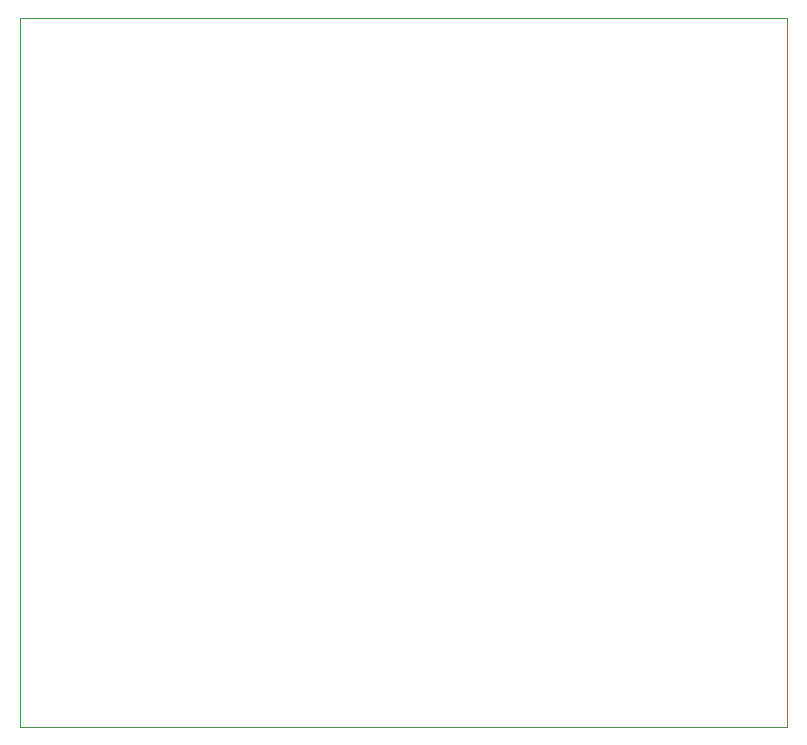
<source format=gbr>
%TF.GenerationSoftware,KiCad,Pcbnew,8.0.6*%
%TF.CreationDate,2024-11-09T21:25:44+11:00*%
%TF.ProjectId,aqua-pi-shield,61717561-2d70-4692-9d73-6869656c642e,rev?*%
%TF.SameCoordinates,Original*%
%TF.FileFunction,Profile,NP*%
%FSLAX46Y46*%
G04 Gerber Fmt 4.6, Leading zero omitted, Abs format (unit mm)*
G04 Created by KiCad (PCBNEW 8.0.6) date 2024-11-09 21:25:44*
%MOMM*%
%LPD*%
G01*
G04 APERTURE LIST*
%TA.AperFunction,Profile*%
%ADD10C,0.050000*%
%TD*%
G04 APERTURE END LIST*
D10*
X84000000Y-67500000D02*
X149000000Y-67500000D01*
X149000000Y-127500000D01*
X84000000Y-127500000D01*
X84000000Y-67500000D01*
M02*

</source>
